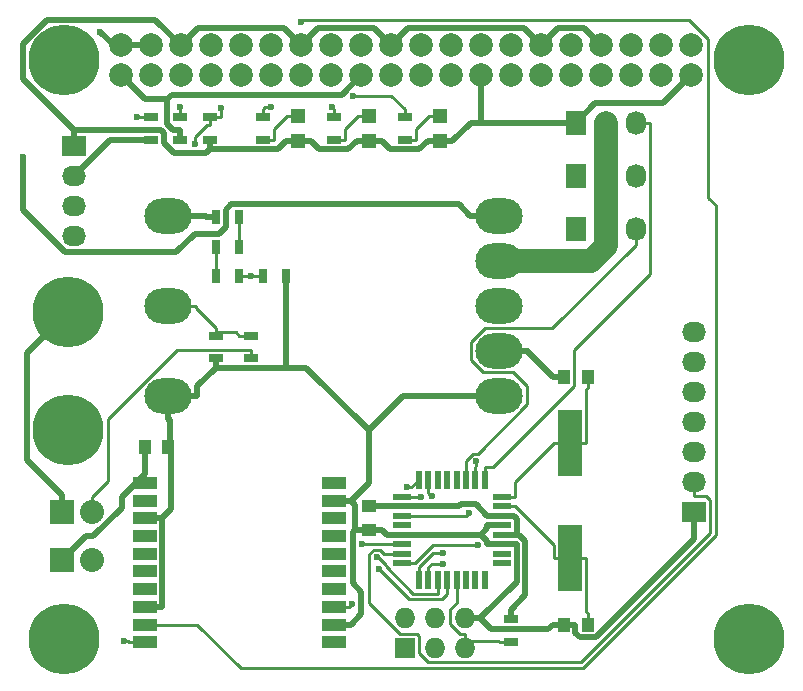
<source format=gtl>
G04 #@! TF.FileFunction,Copper,L1,Top,Signal*
%FSLAX46Y46*%
G04 Gerber Fmt 4.6, Leading zero omitted, Abs format (unit mm)*
G04 Created by KiCad (PCBNEW (2015-09-20 BZR 6203, Git 66a9b04)-product) date Sat 13 Feb 2016 19:56:21 GMT*
%MOMM*%
G01*
G04 APERTURE LIST*
%ADD10C,0.100000*%
%ADD11R,1.250000X1.000000*%
%ADD12R,1.000000X1.250000*%
%ADD13R,1.198880X1.198880*%
%ADD14R,1.600000X0.550000*%
%ADD15R,0.550000X1.600000*%
%ADD16C,6.000000*%
%ADD17R,1.727200X2.032000*%
%ADD18O,1.727200X2.032000*%
%ADD19R,2.032000X1.727200*%
%ADD20O,2.032000X1.727200*%
%ADD21R,1.300000X0.700000*%
%ADD22R,2.032000X2.032000*%
%ADD23O,2.032000X2.032000*%
%ADD24O,4.000000X3.000000*%
%ADD25R,2.000000X1.000000*%
%ADD26R,2.100580X5.600700*%
%ADD27R,1.727200X1.727200*%
%ADD28O,1.727200X1.727200*%
%ADD29R,0.700000X1.300000*%
%ADD30C,2.000000*%
%ADD31C,0.600000*%
%ADD32C,0.500000*%
%ADD33C,0.250000*%
%ADD34C,2.000000*%
G04 APERTURE END LIST*
D10*
D11*
X146000000Y-81500000D03*
X146000000Y-83500000D03*
D12*
X162500000Y-91500000D03*
X164500000Y-91500000D03*
X162500000Y-70500000D03*
X164500000Y-70500000D03*
X127000000Y-76500000D03*
X129000000Y-76500000D03*
D13*
X140000000Y-48450980D03*
X140000000Y-50549020D03*
X146000000Y-48450980D03*
X146000000Y-50549020D03*
X152000000Y-48450980D03*
X152000000Y-50549020D03*
D14*
X157250000Y-86300000D03*
X157250000Y-85500000D03*
X157250000Y-84700000D03*
X157250000Y-83900000D03*
X157250000Y-83100000D03*
X157250000Y-82300000D03*
X157250000Y-81500000D03*
X157250000Y-80700000D03*
D15*
X155800000Y-79250000D03*
X155000000Y-79250000D03*
X154200000Y-79250000D03*
X153400000Y-79250000D03*
X152600000Y-79250000D03*
X151800000Y-79250000D03*
X151000000Y-79250000D03*
X150200000Y-79250000D03*
D14*
X148750000Y-80700000D03*
X148750000Y-81500000D03*
X148750000Y-82300000D03*
X148750000Y-83100000D03*
X148750000Y-83900000D03*
X148750000Y-84700000D03*
X148750000Y-85500000D03*
X148750000Y-86300000D03*
D15*
X150200000Y-87750000D03*
X151000000Y-87750000D03*
X151800000Y-87750000D03*
X152600000Y-87750000D03*
X153400000Y-87750000D03*
X154200000Y-87750000D03*
X155000000Y-87750000D03*
X155800000Y-87750000D03*
D16*
X120500000Y-75000000D03*
X120500000Y-65000000D03*
D17*
X163500000Y-49000000D03*
D18*
X166040000Y-49000000D03*
X168580000Y-49000000D03*
D17*
X163500000Y-53500000D03*
D18*
X166040000Y-53500000D03*
X168580000Y-53500000D03*
D17*
X163500000Y-58000000D03*
D18*
X166040000Y-58000000D03*
X168580000Y-58000000D03*
D19*
X121000000Y-51000000D03*
D20*
X121000000Y-53540000D03*
X121000000Y-56080000D03*
X121000000Y-58620000D03*
D21*
X132500000Y-48550000D03*
X132500000Y-50450000D03*
X136000000Y-68950000D03*
X136000000Y-67050000D03*
X133000000Y-67050000D03*
X133000000Y-68950000D03*
X137000000Y-48550000D03*
X137000000Y-50450000D03*
X143000000Y-48550000D03*
X143000000Y-50450000D03*
X149000000Y-48550000D03*
X149000000Y-50450000D03*
X158000000Y-91050000D03*
X158000000Y-92950000D03*
X130000000Y-50450000D03*
X130000000Y-48550000D03*
X127500000Y-50450000D03*
X127500000Y-48550000D03*
D22*
X120000000Y-82000000D03*
D23*
X122540000Y-82000000D03*
D24*
X129000000Y-64500000D03*
X157000000Y-64500000D03*
X157000000Y-60690000D03*
X157000000Y-56880000D03*
X157000000Y-68310000D03*
X157000000Y-72120000D03*
X129000000Y-72120000D03*
X129000000Y-56880000D03*
D25*
X127000000Y-79500000D03*
X143000000Y-79500000D03*
X127000000Y-81000000D03*
X143000000Y-81000000D03*
X127000000Y-82500000D03*
X143000000Y-82500000D03*
X127000000Y-84000000D03*
X143000000Y-84000000D03*
X127000000Y-85500000D03*
X143000000Y-85500000D03*
X127000000Y-87000000D03*
X143000000Y-87000000D03*
X127000000Y-88500000D03*
X143000000Y-88500000D03*
X127000000Y-90000000D03*
X143000000Y-90000000D03*
X127000000Y-91500000D03*
X143000000Y-91500000D03*
X127000000Y-93000000D03*
X143000000Y-93000000D03*
D26*
X163000000Y-85848860D03*
X163000000Y-76151140D03*
D27*
X149000000Y-93500000D03*
D28*
X149000000Y-90960000D03*
X151540000Y-93500000D03*
X151540000Y-90960000D03*
X154080000Y-93500000D03*
X154080000Y-90960000D03*
D22*
X120000000Y-86000000D03*
D23*
X122540000Y-86000000D03*
D19*
X173500000Y-82000000D03*
D20*
X173500000Y-79460000D03*
X173500000Y-76920000D03*
X173500000Y-74380000D03*
X173500000Y-71840000D03*
X173500000Y-69300000D03*
X173500000Y-66760000D03*
D29*
X133050000Y-57000000D03*
X134950000Y-57000000D03*
X133050000Y-59500000D03*
X134950000Y-59500000D03*
X133050000Y-62000000D03*
X134950000Y-62000000D03*
X137050000Y-62000000D03*
X138950000Y-62000000D03*
D30*
X125000000Y-45000000D03*
X125000000Y-42460000D03*
X127540000Y-45000000D03*
X127540000Y-42460000D03*
X130080000Y-45000000D03*
X130080000Y-42460000D03*
X132620000Y-45000000D03*
X132620000Y-42460000D03*
X135160000Y-45000000D03*
X135160000Y-42460000D03*
X137700000Y-45000000D03*
X137700000Y-42460000D03*
X140240000Y-45000000D03*
X140240000Y-42460000D03*
X142780000Y-45000000D03*
X142780000Y-42460000D03*
X145320000Y-45000000D03*
X145320000Y-42460000D03*
X147860000Y-45000000D03*
X147860000Y-42460000D03*
X150400000Y-45000000D03*
X150400000Y-42460000D03*
X152940000Y-45000000D03*
X152940000Y-42460000D03*
X155480000Y-45000000D03*
X155480000Y-42460000D03*
X158020000Y-45000000D03*
X158020000Y-42460000D03*
X160560000Y-45000000D03*
X160560000Y-42460000D03*
X163100000Y-45000000D03*
X163100000Y-42460000D03*
X165640000Y-45000000D03*
X165640000Y-42460000D03*
X168180000Y-45000000D03*
X168180000Y-42460000D03*
X170720000Y-45000000D03*
X170720000Y-42460000D03*
X173260000Y-45000000D03*
X173260000Y-42460000D03*
D16*
X120130000Y-43730000D03*
X178130000Y-43730000D03*
X120130000Y-92730000D03*
X178130000Y-92730000D03*
D31*
X154889100Y-81329600D03*
X135160000Y-51250300D03*
X155059600Y-77644800D03*
X151284900Y-80650000D03*
X149174600Y-79864300D03*
X150351100Y-80700000D03*
X154472400Y-82060300D03*
X155189500Y-84800600D03*
X152278500Y-85425900D03*
X152267500Y-86337900D03*
X146677500Y-85800100D03*
X126328700Y-48490700D03*
X130009400Y-47667400D03*
X146820600Y-86762900D03*
X123245200Y-41344400D03*
X116666800Y-51874900D03*
X133475300Y-47792500D03*
X131257800Y-50852400D03*
X137700000Y-47663400D03*
X142839700Y-47672000D03*
X144667500Y-46740000D03*
X125267500Y-92870000D03*
X140203100Y-40439400D03*
X144564800Y-89798700D03*
X136000000Y-62000000D03*
X145357900Y-84700000D03*
D32*
X124090000Y-50450000D02*
X121000000Y-53540000D01*
X126399700Y-50450000D02*
X124090000Y-50450000D01*
X127500000Y-50450000D02*
X126399700Y-50450000D01*
X148750000Y-81500000D02*
X146000000Y-81500000D01*
X127000000Y-79500000D02*
X126274900Y-79500000D01*
X127000000Y-78774900D02*
X127000000Y-76500000D01*
X126274900Y-79500000D02*
X127000000Y-78774900D01*
X125054200Y-80720700D02*
X126274900Y-79500000D01*
X125054200Y-81599700D02*
X125054200Y-80720700D01*
X122653900Y-84000000D02*
X125054200Y-81599700D01*
X122000000Y-84000000D02*
X122653900Y-84000000D01*
X120000000Y-86000000D02*
X122000000Y-84000000D01*
X130000000Y-50450000D02*
X130000000Y-49649700D01*
X148750000Y-81500000D02*
X150000300Y-81500000D01*
X155029300Y-81329600D02*
X154889100Y-81329600D01*
X155999700Y-82300000D02*
X155029300Y-81329600D01*
X153607000Y-81500000D02*
X150000300Y-81500000D01*
X153797000Y-81310000D02*
X153607000Y-81500000D01*
X154869500Y-81310000D02*
X153797000Y-81310000D01*
X154889100Y-81329600D02*
X154869500Y-81310000D01*
X129402900Y-49649700D02*
X130000000Y-49649700D01*
X128887600Y-49134400D02*
X129402900Y-49649700D01*
X128887600Y-47011100D02*
X128887600Y-49134400D01*
X129273900Y-46624800D02*
X128887600Y-47011100D01*
X143695200Y-46624800D02*
X129273900Y-46624800D01*
X145320000Y-45000000D02*
X143695200Y-46624800D01*
X127011100Y-47011100D02*
X125000000Y-45000000D01*
X128887600Y-47011100D02*
X127011100Y-47011100D01*
X156800000Y-82300000D02*
X155999700Y-82300000D01*
X156800000Y-82300000D02*
X157250000Y-82300000D01*
X158500300Y-82568200D02*
X158500300Y-83900000D01*
X158232100Y-82300000D02*
X158500300Y-82568200D01*
X157250000Y-82300000D02*
X158232100Y-82300000D01*
X157250000Y-83900000D02*
X158500300Y-83900000D01*
X158725600Y-83900000D02*
X158500300Y-83900000D01*
X159227200Y-84401600D02*
X158725600Y-83900000D01*
X159227200Y-89022500D02*
X159227200Y-84401600D01*
X158000000Y-90249700D02*
X159227200Y-89022500D01*
X158000000Y-91050000D02*
X158000000Y-90249700D01*
X140000000Y-50549000D02*
X138950300Y-50549000D01*
X141751100Y-51250400D02*
X141049700Y-50549000D01*
X144248900Y-51250400D02*
X141751100Y-51250400D01*
X144950300Y-50549000D02*
X144248900Y-51250400D01*
X146000000Y-50549000D02*
X144950300Y-50549000D01*
X140000000Y-50549000D02*
X141049700Y-50549000D01*
X147751100Y-51250400D02*
X147049700Y-50549000D01*
X150248900Y-51250400D02*
X147751100Y-51250400D01*
X150950300Y-50549000D02*
X150248900Y-51250400D01*
X152000000Y-50549000D02*
X150950300Y-50549000D01*
X146000000Y-50549000D02*
X147049700Y-50549000D01*
X162500000Y-91500000D02*
X161549700Y-91500000D01*
X162500000Y-91500000D02*
X163450300Y-91500000D01*
X127000000Y-82500000D02*
X128450300Y-82500000D01*
X128450300Y-90000000D02*
X128450300Y-82500000D01*
X127000000Y-90000000D02*
X128450300Y-90000000D01*
X147475300Y-83900000D02*
X148750000Y-83900000D01*
X147075300Y-83500000D02*
X147475300Y-83900000D01*
X148750000Y-83900000D02*
X150000300Y-83900000D01*
X121000000Y-51000000D02*
X121000000Y-49686100D01*
X138249000Y-51250300D02*
X135160000Y-51250300D01*
X138950300Y-50549000D02*
X138249000Y-51250300D01*
X135160000Y-51250300D02*
X132500000Y-51250300D01*
X132500000Y-50450000D02*
X132500000Y-51250300D01*
X127893400Y-40273400D02*
X130080000Y-42460000D01*
X118698700Y-40273400D02*
X127893400Y-40273400D01*
X116660000Y-42312100D02*
X118698700Y-40273400D01*
X116660000Y-45273100D02*
X116660000Y-42312100D01*
X121036500Y-49649600D02*
X116660000Y-45273100D01*
X121000000Y-49686100D02*
X121036500Y-49649600D01*
X154080000Y-90960000D02*
X155393900Y-90960000D01*
X146537700Y-83500000D02*
X147075300Y-83500000D01*
X146537700Y-83500000D02*
X146000000Y-83500000D01*
X156308900Y-91875000D02*
X155393900Y-90960000D01*
X161174700Y-91875000D02*
X156308900Y-91875000D01*
X161549700Y-91500000D02*
X161174700Y-91875000D01*
X146000000Y-83500000D02*
X144989900Y-83500000D01*
X143000000Y-91500000D02*
X144450300Y-91500000D01*
X157250000Y-83100000D02*
X155999700Y-83100000D01*
X159450300Y-68400600D02*
X161549700Y-70500000D01*
X159450300Y-68310000D02*
X159450300Y-68400600D01*
X162500000Y-70500000D02*
X161549700Y-70500000D01*
X157000000Y-68310000D02*
X159450300Y-68310000D01*
X159109600Y-41009600D02*
X160560000Y-42460000D01*
X149310400Y-41009600D02*
X159109600Y-41009600D01*
X147860000Y-42460000D02*
X149310400Y-41009600D01*
X162023300Y-40996700D02*
X160560000Y-42460000D01*
X164176700Y-40996700D02*
X162023300Y-40996700D01*
X165640000Y-42460000D02*
X164176700Y-40996700D01*
X152000000Y-50549000D02*
X153049700Y-50549000D01*
X165157100Y-47342900D02*
X163500000Y-49000000D01*
X170917100Y-47342900D02*
X165157100Y-47342900D01*
X173260000Y-45000000D02*
X170917100Y-47342900D01*
X155480000Y-49000000D02*
X155480000Y-45000000D01*
X163500000Y-49000000D02*
X155480000Y-49000000D01*
X154598700Y-49000000D02*
X153049700Y-50549000D01*
X155480000Y-49000000D02*
X154598700Y-49000000D01*
X158500300Y-87853600D02*
X155393900Y-90960000D01*
X158500300Y-84700000D02*
X158500300Y-87853600D01*
X157250000Y-84700000D02*
X158500300Y-84700000D01*
X163450300Y-92212700D02*
X163450300Y-91500000D01*
X163813000Y-92575400D02*
X163450300Y-92212700D01*
X165201200Y-92575400D02*
X163813000Y-92575400D01*
X173500000Y-84276600D02*
X165201200Y-92575400D01*
X173500000Y-82000000D02*
X173500000Y-84276600D01*
X131530400Y-41009600D02*
X130080000Y-42460000D01*
X138789600Y-41009600D02*
X131530400Y-41009600D01*
X140240000Y-42460000D02*
X138789600Y-41009600D01*
X146409600Y-41009600D02*
X147860000Y-42460000D01*
X141690400Y-41009600D02*
X146409600Y-41009600D01*
X140240000Y-42460000D02*
X141690400Y-41009600D01*
X155999700Y-83334600D02*
X155999700Y-83100000D01*
X155434300Y-83900000D02*
X155999700Y-83334600D01*
X150000300Y-83900000D02*
X155434300Y-83900000D01*
X155999700Y-84465400D02*
X155999700Y-84700000D01*
X155434300Y-83900000D02*
X155999700Y-84465400D01*
X157250000Y-84700000D02*
X155999700Y-84700000D01*
X129237600Y-81712700D02*
X128450300Y-82500000D01*
X129237600Y-76500000D02*
X129237600Y-81712700D01*
X148905000Y-72120000D02*
X145975000Y-75050000D01*
X157000000Y-72120000D02*
X148905000Y-72120000D01*
X145975000Y-79475300D02*
X144450300Y-81000000D01*
X145975000Y-75050000D02*
X145975000Y-79475300D01*
X143000000Y-81000000D02*
X144450300Y-81000000D01*
X144989900Y-83500000D02*
X144796000Y-83500000D01*
X144602000Y-83694000D02*
X144796000Y-83500000D01*
X144602000Y-88006300D02*
X144602000Y-83694000D01*
X145347100Y-88751400D02*
X144602000Y-88006300D01*
X145347100Y-90603200D02*
X145347100Y-88751400D01*
X144450300Y-91500000D02*
X145347100Y-90603200D01*
X144796000Y-81345700D02*
X144450300Y-81000000D01*
X144796000Y-83500000D02*
X144796000Y-81345700D01*
X133000000Y-68950000D02*
X133000000Y-69750300D01*
X138950000Y-69750300D02*
X133000000Y-69750300D01*
X140675300Y-69750300D02*
X138950000Y-69750300D01*
X145975000Y-75050000D02*
X140675300Y-69750300D01*
X138950000Y-69750300D02*
X138950000Y-62000000D01*
X131450300Y-71300000D02*
X133000000Y-69750300D01*
X131450300Y-72120000D02*
X131450300Y-71300000D01*
X129000000Y-72120000D02*
X131450300Y-72120000D01*
X129000000Y-76500000D02*
X129118800Y-76500000D01*
X129118800Y-76500000D02*
X129237600Y-76500000D01*
X129118800Y-74189100D02*
X129000000Y-74070300D01*
X129118800Y-76500000D02*
X129118800Y-74189100D01*
X129000000Y-72120000D02*
X129000000Y-74070300D01*
X132147600Y-51602700D02*
X132500000Y-51250300D01*
X129443600Y-51602700D02*
X132147600Y-51602700D01*
X128600400Y-50759500D02*
X129443600Y-51602700D01*
X128600400Y-49837700D02*
X128600400Y-50759500D01*
X128412300Y-49649600D02*
X128600400Y-49837700D01*
X121036500Y-49649600D02*
X128412300Y-49649600D01*
D33*
X161624400Y-84749100D02*
X158375300Y-81500000D01*
X161624400Y-85848900D02*
X161624400Y-84749100D01*
X157250000Y-81500000D02*
X158375300Y-81500000D01*
X162312200Y-85848900D02*
X161624400Y-85848900D01*
X162312200Y-85848900D02*
X163000000Y-85848900D01*
X164375600Y-90425300D02*
X164500000Y-90549700D01*
X164375600Y-85848900D02*
X164375600Y-90425300D01*
X163000000Y-85848900D02*
X164375600Y-85848900D01*
X164500000Y-91500000D02*
X164500000Y-90549700D01*
X164375600Y-71574700D02*
X164500000Y-71450300D01*
X164375600Y-76151100D02*
X164375600Y-71574700D01*
X163000000Y-76151100D02*
X164375600Y-76151100D01*
X164500000Y-70500000D02*
X164500000Y-71450300D01*
X158375300Y-79400200D02*
X161624400Y-76151100D01*
X158375300Y-80700000D02*
X158375300Y-79400200D01*
X163000000Y-76151100D02*
X161624400Y-76151100D01*
X157250000Y-80700000D02*
X158375300Y-80700000D01*
X137975300Y-49551000D02*
X139075300Y-48451000D01*
X137975300Y-50450000D02*
X137975300Y-49551000D01*
X140000000Y-48451000D02*
X139075300Y-48451000D01*
X137000000Y-50450000D02*
X137975300Y-50450000D01*
X143975300Y-49551000D02*
X145075300Y-48451000D01*
X143975300Y-50450000D02*
X143975300Y-49551000D01*
X146000000Y-48451000D02*
X145075300Y-48451000D01*
X143000000Y-50450000D02*
X143975300Y-50450000D01*
X149975300Y-49551000D02*
X151075300Y-48451000D01*
X149975300Y-50450000D02*
X149975300Y-49551000D01*
X152000000Y-48451000D02*
X151075300Y-48451000D01*
X149000000Y-50450000D02*
X149975300Y-50450000D01*
X156474200Y-78124700D02*
X155800000Y-78124700D01*
X163331200Y-71267700D02*
X156474200Y-78124700D01*
X163331200Y-68231500D02*
X163331200Y-71267700D01*
X169768900Y-61793800D02*
X163331200Y-68231500D01*
X169768900Y-49000000D02*
X169768900Y-61793800D01*
X168580000Y-49000000D02*
X169768900Y-49000000D01*
X155800000Y-79250000D02*
X155800000Y-78124700D01*
X155059600Y-78065100D02*
X155000000Y-78124700D01*
X155059600Y-77644800D02*
X155059600Y-78065100D01*
X155000000Y-79250000D02*
X155000000Y-78124700D01*
X168580000Y-58000000D02*
X168580000Y-59341300D01*
X154200000Y-77620100D02*
X154200000Y-79250000D01*
X154800600Y-77019500D02*
X154200000Y-77620100D01*
X155210400Y-77019500D02*
X154800600Y-77019500D01*
X159365400Y-72864500D02*
X155210400Y-77019500D01*
X159365400Y-71330400D02*
X159365400Y-72864500D01*
X158170400Y-70135400D02*
X159365400Y-71330400D01*
X155661900Y-70135400D02*
X158170400Y-70135400D01*
X154634400Y-69107900D02*
X155661900Y-70135400D01*
X154634400Y-67547400D02*
X154634400Y-69107900D01*
X155776800Y-66405000D02*
X154634400Y-67547400D01*
X161516300Y-66405000D02*
X155776800Y-66405000D01*
X168580000Y-59341300D02*
X161516300Y-66405000D01*
X151000000Y-79250000D02*
X151000000Y-80375300D01*
X151274700Y-80650000D02*
X151284900Y-80650000D01*
X151000000Y-80375300D02*
X151274700Y-80650000D01*
X149585700Y-79864300D02*
X150200000Y-79250000D01*
X149174600Y-79864300D02*
X149585700Y-79864300D01*
X148750000Y-80700000D02*
X150351100Y-80700000D01*
X148750000Y-82300000D02*
X149875300Y-82300000D01*
X154232700Y-82300000D02*
X154472400Y-82060300D01*
X149875300Y-82300000D02*
X154232700Y-82300000D01*
X173500000Y-79460000D02*
X173500000Y-80648900D01*
X147261800Y-85500000D02*
X148750000Y-85500000D01*
X146936600Y-85174800D02*
X147261800Y-85500000D01*
X146371800Y-85174800D02*
X146936600Y-85174800D01*
X146009300Y-85537300D02*
X146371800Y-85174800D01*
X146009300Y-89691200D02*
X146009300Y-85537300D01*
X148629100Y-92311000D02*
X146009300Y-89691200D01*
X150038900Y-92311000D02*
X148629100Y-92311000D01*
X150189000Y-92461100D02*
X150038900Y-92311000D01*
X150189000Y-93888800D02*
X150189000Y-92461100D01*
X150989200Y-94689000D02*
X150189000Y-93888800D01*
X163946700Y-94689000D02*
X150989200Y-94689000D01*
X174884900Y-83750800D02*
X163946700Y-94689000D01*
X174884900Y-80993500D02*
X174884900Y-83750800D01*
X174540300Y-80648900D02*
X174884900Y-80993500D01*
X173500000Y-80648900D02*
X174540300Y-80648900D01*
X148750000Y-86300000D02*
X149875300Y-86300000D01*
X151374700Y-84800600D02*
X149875300Y-86300000D01*
X155189500Y-84800600D02*
X151374700Y-84800600D01*
X151398800Y-85425900D02*
X150200000Y-86624700D01*
X152278500Y-85425900D02*
X151398800Y-85425900D01*
X150200000Y-87750000D02*
X150200000Y-86624700D01*
X151286800Y-86337900D02*
X151000000Y-86624700D01*
X152267500Y-86337900D02*
X151286800Y-86337900D01*
X151000000Y-87750000D02*
X151000000Y-86624700D01*
X151800000Y-87750000D02*
X151800000Y-88875300D01*
X146790600Y-85800100D02*
X146677500Y-85800100D01*
X147445900Y-86455400D02*
X146790600Y-85800100D01*
X147445900Y-86568500D02*
X147445900Y-86455400D01*
X149752700Y-88875300D02*
X147445900Y-86568500D01*
X151800000Y-88875300D02*
X149752700Y-88875300D01*
X127500000Y-48550000D02*
X126524700Y-48550000D01*
X126465400Y-48490700D02*
X126328700Y-48490700D01*
X126524700Y-48550000D02*
X126465400Y-48490700D01*
X130000000Y-48550000D02*
X130000000Y-47874700D01*
X130009400Y-47865300D02*
X130009400Y-47667400D01*
X130000000Y-47874700D02*
X130009400Y-47865300D01*
X152149600Y-89325700D02*
X152600000Y-88875300D01*
X149383400Y-89325700D02*
X152149600Y-89325700D01*
X146820600Y-86762900D02*
X149383400Y-89325700D01*
X152600000Y-87750000D02*
X152600000Y-88875300D01*
X153400000Y-89674700D02*
X153400000Y-87750000D01*
X152887600Y-90187100D02*
X153400000Y-89674700D01*
X152887600Y-91490200D02*
X152887600Y-90187100D01*
X153708500Y-92311100D02*
X152887600Y-91490200D01*
X154080000Y-92311100D02*
X153708500Y-92311100D01*
X154080000Y-93500000D02*
X154080000Y-92905500D01*
X154080000Y-92905500D02*
X154080000Y-92311100D01*
X156980200Y-92905500D02*
X157024700Y-92950000D01*
X154080000Y-92905500D02*
X156980200Y-92905500D01*
X158000000Y-92950000D02*
X157024700Y-92950000D01*
D32*
X132129700Y-56880000D02*
X132249700Y-57000000D01*
X129000000Y-56880000D02*
X132129700Y-56880000D01*
X133050000Y-57000000D02*
X132249700Y-57000000D01*
X116998500Y-77532200D02*
X120000000Y-80533700D01*
X116998500Y-68501500D02*
X116998500Y-77532200D01*
X120500000Y-65000000D02*
X116998500Y-68501500D01*
X120000000Y-82000000D02*
X120000000Y-80533700D01*
D34*
X166040000Y-53500000D02*
X166040000Y-49000000D01*
X166040000Y-58000000D02*
X166040000Y-53500000D01*
X166040000Y-59460000D02*
X166040000Y-58000000D01*
X164810000Y-60690000D02*
X166040000Y-59460000D01*
X157000000Y-60690000D02*
X164810000Y-60690000D01*
D32*
X157000000Y-56880000D02*
X154549700Y-56880000D01*
X153569300Y-55899600D02*
X154549700Y-56880000D01*
X134325400Y-55899600D02*
X153569300Y-55899600D01*
X133850400Y-56374600D02*
X134325400Y-55899600D01*
X133850400Y-57862200D02*
X133850400Y-56374600D01*
X133313000Y-58399600D02*
X133850400Y-57862200D01*
X131246400Y-58399600D02*
X133313000Y-58399600D01*
X129688400Y-59957600D02*
X131246400Y-58399600D01*
X120263100Y-59957600D02*
X129688400Y-59957600D01*
X116666800Y-56361300D02*
X120263100Y-59957600D01*
X116666800Y-51874900D02*
X116666800Y-56361300D01*
X124360800Y-42460000D02*
X125000000Y-42460000D01*
X123245200Y-41344400D02*
X124360800Y-42460000D01*
X125000000Y-42460000D02*
X127540000Y-42460000D01*
D33*
X133475300Y-47792500D02*
X133475300Y-48550000D01*
X132987700Y-48550000D02*
X133475300Y-48550000D01*
X132987700Y-48550000D02*
X132500000Y-48550000D01*
X131257800Y-50214300D02*
X131257800Y-50852400D01*
X132246800Y-49225300D02*
X131257800Y-50214300D01*
X132500000Y-49225300D02*
X132246800Y-49225300D01*
X132500000Y-48550000D02*
X132500000Y-49225300D01*
X137000000Y-48550000D02*
X137000000Y-47874700D01*
X137211300Y-47663400D02*
X137700000Y-47663400D01*
X137000000Y-47874700D02*
X137211300Y-47663400D01*
X143000000Y-48550000D02*
X143000000Y-47874700D01*
X142839700Y-47714400D02*
X143000000Y-47874700D01*
X142839700Y-47672000D02*
X142839700Y-47714400D01*
X149000000Y-48550000D02*
X149000000Y-47874700D01*
X147865300Y-46740000D02*
X144667500Y-46740000D01*
X149000000Y-47874700D02*
X147865300Y-46740000D01*
X131325300Y-64700000D02*
X133000000Y-66374700D01*
X131325300Y-64500000D02*
X131325300Y-64700000D01*
X129000000Y-64500000D02*
X131325300Y-64500000D01*
X133000000Y-67050000D02*
X133000000Y-66712300D01*
X133000000Y-66712300D02*
X133000000Y-66374700D01*
X134687000Y-66712300D02*
X135024700Y-67050000D01*
X133000000Y-66712300D02*
X134687000Y-66712300D01*
X136000000Y-67050000D02*
X135024700Y-67050000D01*
X125544700Y-92870000D02*
X125674700Y-93000000D01*
X125267500Y-92870000D02*
X125544700Y-92870000D01*
X127000000Y-93000000D02*
X125674700Y-93000000D01*
X131464900Y-91500000D02*
X127000000Y-91500000D01*
X135118000Y-95153100D02*
X131464900Y-91500000D01*
X164119500Y-95153100D02*
X135118000Y-95153100D01*
X175335300Y-83937300D02*
X164119500Y-95153100D01*
X175335300Y-55974400D02*
X175335300Y-83937300D01*
X174719500Y-55358600D02*
X175335300Y-55974400D01*
X174719500Y-41962200D02*
X174719500Y-55358600D01*
X173105800Y-40348500D02*
X174719500Y-41962200D01*
X140294000Y-40348500D02*
X173105800Y-40348500D01*
X140203100Y-40439400D02*
X140294000Y-40348500D01*
X143000000Y-90000000D02*
X144325300Y-90000000D01*
X144526600Y-89798700D02*
X144564800Y-89798700D01*
X144325300Y-90000000D02*
X144526600Y-89798700D01*
X129741900Y-68274700D02*
X136000000Y-68274700D01*
X123881300Y-74135300D02*
X129741900Y-68274700D01*
X123881300Y-79317400D02*
X123881300Y-74135300D01*
X122540000Y-80658700D02*
X123881300Y-79317400D01*
X122540000Y-82000000D02*
X122540000Y-80658700D01*
X136000000Y-68950000D02*
X136000000Y-68274700D01*
X137050000Y-62000000D02*
X136000000Y-62000000D01*
X136000000Y-62000000D02*
X134950000Y-62000000D01*
X148750000Y-84700000D02*
X147624700Y-84700000D01*
X147624700Y-84700000D02*
X145357900Y-84700000D01*
X134950000Y-59500000D02*
X134950000Y-57000000D01*
X133050000Y-62000000D02*
X133050000Y-59500000D01*
M02*

</source>
